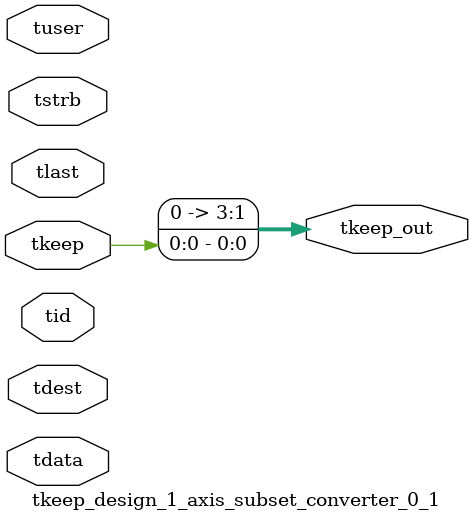
<source format=v>


`timescale 1ps/1ps

module tkeep_design_1_axis_subset_converter_0_1 #
(
parameter C_S_AXIS_TDATA_WIDTH = 32,
parameter C_S_AXIS_TUSER_WIDTH = 0,
parameter C_S_AXIS_TID_WIDTH   = 0,
parameter C_S_AXIS_TDEST_WIDTH = 0,
parameter C_M_AXIS_TDATA_WIDTH = 32
)
(
input  [(C_S_AXIS_TDATA_WIDTH == 0 ? 1 : C_S_AXIS_TDATA_WIDTH)-1:0     ] tdata,
input  [(C_S_AXIS_TUSER_WIDTH == 0 ? 1 : C_S_AXIS_TUSER_WIDTH)-1:0     ] tuser,
input  [(C_S_AXIS_TID_WIDTH   == 0 ? 1 : C_S_AXIS_TID_WIDTH)-1:0       ] tid,
input  [(C_S_AXIS_TDEST_WIDTH == 0 ? 1 : C_S_AXIS_TDEST_WIDTH)-1:0     ] tdest,
input  [(C_S_AXIS_TDATA_WIDTH/8)-1:0 ] tkeep,
input  [(C_S_AXIS_TDATA_WIDTH/8)-1:0 ] tstrb,
input                                                                    tlast,
output [(C_M_AXIS_TDATA_WIDTH/8)-1:0 ] tkeep_out
);

assign tkeep_out = {tkeep[0:0]};

endmodule


</source>
